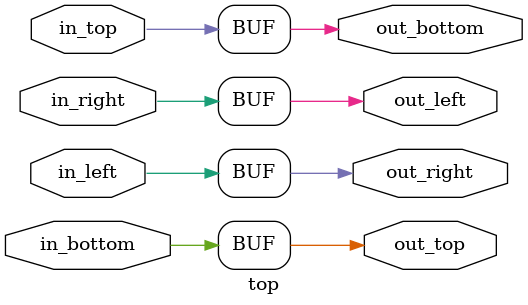
<source format=v>
module top (
	input in_left, in_right, in_top, in_bottom,
	output out_left, out_right, out_top, out_bottom
);
	assign out_left = in_right;
	assign out_right = in_left;
	assign out_top = in_bottom;
	assign out_bottom = in_top;
endmodule

</source>
